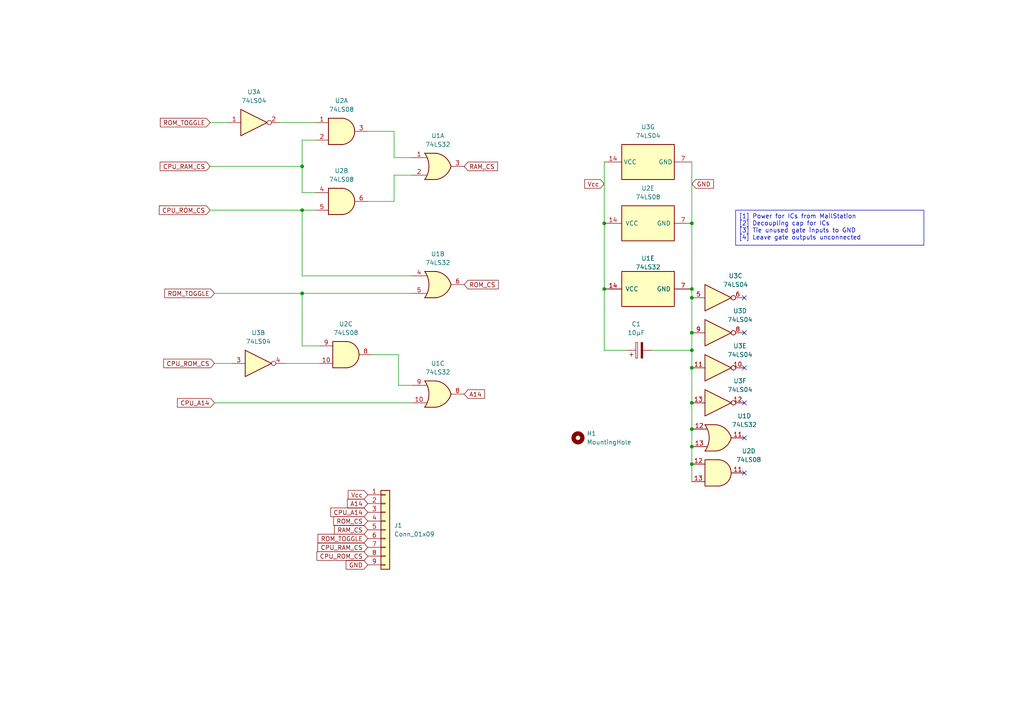
<source format=kicad_sch>
(kicad_sch (version 20250114) (generator "eeschema") (generator_version "9.0")
  (paper "A4")
  (title_block (title "Cidco MailStation") (date "10-Jul-2025") (rev "WIP") (company "Brett Hallen") (comment 2 "https://fyberoptic.livejournal.com/tag/mailstation/") (comment 3 "https://www.fybertech.net/mailstation/") (comment 4 "Original design:"))
  (lib_symbols
    (symbol "74xx:74LS04"
      (property "Reference" "U" (at 0 1.27 0))
      (property "Value" "74LS04" (at 0 -1.27 0))
      (symbol "74LS04_1_0"
        (polyline (pts (xy -3.81 3.81) (xy -3.81 -3.81) (xy 3.81 0) (xy -3.81 3.81)) (stroke (width 0.254)) (fill (type background)))
        (pin input line (at -7.62 0 0) (length 3.81) (name "~") (number "1"))
        (pin output inverted (at 7.62 0 180) (length 3.81) (name "~") (number "2"))
      )
      (symbol "74LS04_2_0"
        (polyline (pts (xy -3.81 3.81) (xy -3.81 -3.81) (xy 3.81 0) (xy -3.81 3.81)) (stroke (width 0.254)) (fill (type background)))
        (pin input line (at -7.62 0 0) (length 3.81) (name "~") (number "3"))
        (pin output inverted (at 7.62 0 180) (length 3.81) (name "~") (number "4"))
      )
      (symbol "74LS04_3_0"
        (polyline (pts (xy -3.81 3.81) (xy -3.81 -3.81) (xy 3.81 0) (xy -3.81 3.81)) (stroke (width 0.254)) (fill (type background)))
        (pin input line (at -7.62 0 0) (length 3.81) (name "~") (number "5"))
        (pin output inverted (at 7.62 0 180) (length 3.81) (name "~") (number "6"))
      )
      (symbol "74LS04_4_0"
        (polyline (pts (xy -3.81 3.81) (xy -3.81 -3.81) (xy 3.81 0) (xy -3.81 3.81)) (stroke (width 0.254)) (fill (type background)))
        (pin input line (at -7.62 0 0) (length 3.81) (name "~") (number "9"))
        (pin output inverted (at 7.62 0 180) (length 3.81) (name "~") (number "8"))
      )
      (symbol "74LS04_5_0"
        (polyline (pts (xy -3.81 3.81) (xy -3.81 -3.81) (xy 3.81 0) (xy -3.81 3.81)) (stroke (width 0.254)) (fill (type background)))
        (pin input line (at -7.62 0 0) (length 3.81) (name "~") (number "11"))
        (pin output inverted (at 7.62 0 180) (length 3.81) (name "~") (number "10"))
      )
      (symbol "74LS04_6_0"
        (polyline (pts (xy -3.81 3.81) (xy -3.81 -3.81) (xy 3.81 0) (xy -3.81 3.81)) (stroke (width 0.254)) (fill (type background)))
        (pin input line (at -7.62 0 0) (length 3.81) (name "~") (number "13"))
        (pin output inverted (at 7.62 0 180) (length 3.81) (name "~") (number "12"))
      )
      (symbol "74LS04_7_0"
        (pin power_in line (at 0 12.7 270) (length 5.08) (name "VCC") (number "14"))
        (pin power_in line (at 0 -12.7 90) (length 5.08) (name "GND") (number "7"))
      )
      (symbol "74LS04_7_1"
        (rectangle (start -5.08 7.62) (end 5.08 -7.62) (stroke (width 0.254)) (fill (type background)))
      )
    )
    (symbol "74xx:74LS08" (pin_names (offset 1.016))
      (property "Reference" "U" (at 0 1.27 0))
      (property "Value" "74LS08" (at 0 -1.27 0))
      (symbol "74LS08_1_1"
        (arc (start 0 3.81) (mid 3.7934 0) (end 0 -3.81) (stroke (width 0.254)) (fill (type background)))
        (polyline (pts (xy 0 3.81) (xy -3.81 3.81) (xy -3.81 -3.81) (xy 0 -3.81)) (stroke (width 0.254)) (fill (type background)))
        (pin input line (at -7.62 2.54 0) (length 3.81) (name "~") (number "1"))
        (pin input line (at -7.62 -2.54 0) (length 3.81) (name "~") (number "2"))
        (pin output line (at 7.62 0 180) (length 3.81) (name "~") (number "3"))
      )
      (symbol "74LS08_1_2"
        (arc (start -3.81 3.81) (mid -2.589 0) (end -3.81 -3.81) (stroke (width 0.254)))
        (polyline (pts (xy -3.81 3.81) (xy -0.635 3.81)) (stroke (width 0.254)) (fill (type background)))
        (polyline (pts (xy -3.81 -3.81) (xy -0.635 -3.81)) (stroke (width 0.254)) (fill (type background)))
        (arc (start 3.81 0) (mid 2.1855 -2.584) (end -0.6096 -3.81) (stroke (width 0.254)) (fill (type background)))
        (arc (start -0.6096 3.81) (mid 2.1928 2.5924) (end 3.81 0) (stroke (width 0.254)) (fill (type background)))
        (polyline (pts (xy -0.635 3.81) (xy -3.81 3.81) (xy -3.81 3.81) (xy -3.556 3.4036) (xy -3.0226 2.2606) (xy -2.6924 1.0414) (xy -2.6162 -0.254) (xy -2.7686 -1.4986) (xy -3.175 -2.7178) (xy -3.81 -3.81) (xy -3.81 -3.81) (xy -0.635 -3.81)) (stroke (width -25.4)) (fill (type background)))
        (pin input inverted (at -7.62 2.54 0) (length 4.318) (name "~") (number "1"))
        (pin input inverted (at -7.62 -2.54 0) (length 4.318) (name "~") (number "2"))
        (pin output inverted (at 7.62 0 180) (length 3.81) (name "~") (number "3"))
      )
      (symbol "74LS08_2_1"
        (arc (start 0 3.81) (mid 3.7934 0) (end 0 -3.81) (stroke (width 0.254)) (fill (type background)))
        (polyline (pts (xy 0 3.81) (xy -3.81 3.81) (xy -3.81 -3.81) (xy 0 -3.81)) (stroke (width 0.254)) (fill (type background)))
        (pin input line (at -7.62 2.54 0) (length 3.81) (name "~") (number "4"))
        (pin input line (at -7.62 -2.54 0) (length 3.81) (name "~") (number "5"))
        (pin output line (at 7.62 0 180) (length 3.81) (name "~") (number "6"))
      )
      (symbol "74LS08_2_2"
        (arc (start -3.81 3.81) (mid -2.589 0) (end -3.81 -3.81) (stroke (width 0.254)))
        (polyline (pts (xy -3.81 3.81) (xy -0.635 3.81)) (stroke (width 0.254)) (fill (type background)))
        (polyline (pts (xy -3.81 -3.81) (xy -0.635 -3.81)) (stroke (width 0.254)) (fill (type background)))
        (arc (start 3.81 0) (mid 2.1855 -2.584) (end -0.6096 -3.81) (stroke (width 0.254)) (fill (type background)))
        (arc (start -0.6096 3.81) (mid 2.1928 2.5924) (end 3.81 0) (stroke (width 0.254)) (fill (type background)))
        (polyline (pts (xy -0.635 3.81) (xy -3.81 3.81) (xy -3.81 3.81) (xy -3.556 3.4036) (xy -3.0226 2.2606) (xy -2.6924 1.0414) (xy -2.6162 -0.254) (xy -2.7686 -1.4986) (xy -3.175 -2.7178) (xy -3.81 -3.81) (xy -3.81 -3.81) (xy -0.635 -3.81)) (stroke (width -25.4)) (fill (type background)))
        (pin input inverted (at -7.62 2.54 0) (length 4.318) (name "~") (number "4"))
        (pin input inverted (at -7.62 -2.54 0) (length 4.318) (name "~") (number "5"))
        (pin output inverted (at 7.62 0 180) (length 3.81) (name "~") (number "6"))
      )
      (symbol "74LS08_3_1"
        (arc (start 0 3.81) (mid 3.7934 0) (end 0 -3.81) (stroke (width 0.254)) (fill (type background)))
        (polyline (pts (xy 0 3.81) (xy -3.81 3.81) (xy -3.81 -3.81) (xy 0 -3.81)) (stroke (width 0.254)) (fill (type background)))
        (pin input line (at -7.62 2.54 0) (length 3.81) (name "~") (number "9"))
        (pin input line (at -7.62 -2.54 0) (length 3.81) (name "~") (number "10"))
        (pin output line (at 7.62 0 180) (length 3.81) (name "~") (number "8"))
      )
      (symbol "74LS08_3_2"
        (arc (start -3.81 3.81) (mid -2.589 0) (end -3.81 -3.81) (stroke (width 0.254)))
        (polyline (pts (xy -3.81 3.81) (xy -0.635 3.81)) (stroke (width 0.254)) (fill (type background)))
        (polyline (pts (xy -3.81 -3.81) (xy -0.635 -3.81)) (stroke (width 0.254)) (fill (type background)))
        (arc (start 3.81 0) (mid 2.1855 -2.584) (end -0.6096 -3.81) (stroke (width 0.254)) (fill (type background)))
        (arc (start -0.6096 3.81) (mid 2.1928 2.5924) (end 3.81 0) (stroke (width 0.254)) (fill (type background)))
        (polyline (pts (xy -0.635 3.81) (xy -3.81 3.81) (xy -3.81 3.81) (xy -3.556 3.4036) (xy -3.0226 2.2606) (xy -2.6924 1.0414) (xy -2.6162 -0.254) (xy -2.7686 -1.4986) (xy -3.175 -2.7178) (xy -3.81 -3.81) (xy -3.81 -3.81) (xy -0.635 -3.81)) (stroke (width -25.4)) (fill (type background)))
        (pin input inverted (at -7.62 2.54 0) (length 4.318) (name "~") (number "9"))
        (pin input inverted (at -7.62 -2.54 0) (length 4.318) (name "~") (number "10"))
        (pin output inverted (at 7.62 0 180) (length 3.81) (name "~") (number "8"))
      )
      (symbol "74LS08_4_1"
        (arc (start 0 3.81) (mid 3.7934 0) (end 0 -3.81) (stroke (width 0.254)) (fill (type background)))
        (polyline (pts (xy 0 3.81) (xy -3.81 3.81) (xy -3.81 -3.81) (xy 0 -3.81)) (stroke (width 0.254)) (fill (type background)))
        (pin input line (at -7.62 2.54 0) (length 3.81) (name "~") (number "12"))
        (pin input line (at -7.62 -2.54 0) (length 3.81) (name "~") (number "13"))
        (pin output line (at 7.62 0 180) (length 3.81) (name "~") (number "11"))
      )
      (symbol "74LS08_4_2"
        (arc (start -3.81 3.81) (mid -2.589 0) (end -3.81 -3.81) (stroke (width 0.254)))
        (polyline (pts (xy -3.81 3.81) (xy -0.635 3.81)) (stroke (width 0.254)) (fill (type background)))
        (polyline (pts (xy -3.81 -3.81) (xy -0.635 -3.81)) (stroke (width 0.254)) (fill (type background)))
        (arc (start 3.81 0) (mid 2.1855 -2.584) (end -0.6096 -3.81) (stroke (width 0.254)) (fill (type background)))
        (arc (start -0.6096 3.81) (mid 2.1928 2.5924) (end 3.81 0) (stroke (width 0.254)) (fill (type background)))
        (polyline (pts (xy -0.635 3.81) (xy -3.81 3.81) (xy -3.81 3.81) (xy -3.556 3.4036) (xy -3.0226 2.2606) (xy -2.6924 1.0414) (xy -2.6162 -0.254) (xy -2.7686 -1.4986) (xy -3.175 -2.7178) (xy -3.81 -3.81) (xy -3.81 -3.81) (xy -0.635 -3.81)) (stroke (width -25.4)) (fill (type background)))
        (pin input inverted (at -7.62 2.54 0) (length 4.318) (name "~") (number "12"))
        (pin input inverted (at -7.62 -2.54 0) (length 4.318) (name "~") (number "13"))
        (pin output inverted (at 7.62 0 180) (length 3.81) (name "~") (number "11"))
      )
      (symbol "74LS08_5_0"
        (pin power_in line (at 0 12.7 270) (length 5.08) (name "VCC") (number "14"))
        (pin power_in line (at 0 -12.7 90) (length 5.08) (name "GND") (number "7"))
      )
      (symbol "74LS08_5_1"
        (rectangle (start -5.08 7.62) (end 5.08 -7.62) (stroke (width 0.254)) (fill (type background)))
      )
    )
    (symbol "74xx:74LS32" (pin_names (offset 1.016))
      (property "Reference" "U" (at 0 1.27 0))
      (property "Value" "74LS32" (at 0 -1.27 0))
      (symbol "74LS32_1_1"
        (arc (start -3.81 3.81) (mid -2.589 0) (end -3.81 -3.81) (stroke (width 0.254)))
        (polyline (pts (xy -3.81 3.81) (xy -0.635 3.81)) (stroke (width 0.254)) (fill (type background)))
        (polyline (pts (xy -3.81 -3.81) (xy -0.635 -3.81)) (stroke (width 0.254)) (fill (type background)))
        (arc (start 3.81 0) (mid 2.1855 -2.584) (end -0.6096 -3.81) (stroke (width 0.254)) (fill (type background)))
        (arc (start -0.6096 3.81) (mid 2.1928 2.5924) (end 3.81 0) (stroke (width 0.254)) (fill (type background)))
        (polyline (pts (xy -0.635 3.81) (xy -3.81 3.81) (xy -3.81 3.81) (xy -3.556 3.4036) (xy -3.0226 2.2606) (xy -2.6924 1.0414) (xy -2.6162 -0.254) (xy -2.7686 -1.4986) (xy -3.175 -2.7178) (xy -3.81 -3.81) (xy -3.81 -3.81) (xy -0.635 -3.81)) (stroke (width -25.4)) (fill (type background)))
        (pin input line (at -7.62 2.54 0) (length 4.318) (name "~") (number "1"))
        (pin input line (at -7.62 -2.54 0) (length 4.318) (name "~") (number "2"))
        (pin output line (at 7.62 0 180) (length 3.81) (name "~") (number "3"))
      )
      (symbol "74LS32_1_2"
        (arc (start 0 3.81) (mid 3.7934 0) (end 0 -3.81) (stroke (width 0.254)) (fill (type background)))
        (polyline (pts (xy 0 3.81) (xy -3.81 3.81) (xy -3.81 -3.81) (xy 0 -3.81)) (stroke (width 0.254)) (fill (type background)))
        (pin input inverted (at -7.62 2.54 0) (length 3.81) (name "~") (number "1"))
        (pin input inverted (at -7.62 -2.54 0) (length 3.81) (name "~") (number "2"))
        (pin output inverted (at 7.62 0 180) (length 3.81) (name "~") (number "3"))
      )
      (symbol "74LS32_2_1"
        (arc (start -3.81 3.81) (mid -2.589 0) (end -3.81 -3.81) (stroke (width 0.254)))
        (polyline (pts (xy -3.81 3.81) (xy -0.635 3.81)) (stroke (width 0.254)) (fill (type background)))
        (polyline (pts (xy -3.81 -3.81) (xy -0.635 -3.81)) (stroke (width 0.254)) (fill (type background)))
        (arc (start 3.81 0) (mid 2.1855 -2.584) (end -0.6096 -3.81) (stroke (width 0.254)) (fill (type background)))
        (arc (start -0.6096 3.81) (mid 2.1928 2.5924) (end 3.81 0) (stroke (width 0.254)) (fill (type background)))
        (polyline (pts (xy -0.635 3.81) (xy -3.81 3.81) (xy -3.81 3.81) (xy -3.556 3.4036) (xy -3.0226 2.2606) (xy -2.6924 1.0414) (xy -2.6162 -0.254) (xy -2.7686 -1.4986) (xy -3.175 -2.7178) (xy -3.81 -3.81) (xy -3.81 -3.81) (xy -0.635 -3.81)) (stroke (width -25.4)) (fill (type background)))
        (pin input line (at -7.62 2.54 0) (length 4.318) (name "~") (number "4"))
        (pin input line (at -7.62 -2.54 0) (length 4.318) (name "~") (number "5"))
        (pin output line (at 7.62 0 180) (length 3.81) (name "~") (number "6"))
      )
      (symbol "74LS32_2_2"
        (arc (start 0 3.81) (mid 3.7934 0) (end 0 -3.81) (stroke (width 0.254)) (fill (type background)))
        (polyline (pts (xy 0 3.81) (xy -3.81 3.81) (xy -3.81 -3.81) (xy 0 -3.81)) (stroke (width 0.254)) (fill (type background)))
        (pin input inverted (at -7.62 2.54 0) (length 3.81) (name "~") (number "4"))
        (pin input inverted (at -7.62 -2.54 0) (length 3.81) (name "~") (number "5"))
        (pin output inverted (at 7.62 0 180) (length 3.81) (name "~") (number "6"))
      )
      (symbol "74LS32_3_1"
        (arc (start -3.81 3.81) (mid -2.589 0) (end -3.81 -3.81) (stroke (width 0.254)))
        (polyline (pts (xy -3.81 3.81) (xy -0.635 3.81)) (stroke (width 0.254)) (fill (type background)))
        (polyline (pts (xy -3.81 -3.81) (xy -0.635 -3.81)) (stroke (width 0.254)) (fill (type background)))
        (arc (start 3.81 0) (mid 2.1855 -2.584) (end -0.6096 -3.81) (stroke (width 0.254)) (fill (type background)))
        (arc (start -0.6096 3.81) (mid 2.1928 2.5924) (end 3.81 0) (stroke (width 0.254)) (fill (type background)))
        (polyline (pts (xy -0.635 3.81) (xy -3.81 3.81) (xy -3.81 3.81) (xy -3.556 3.4036) (xy -3.0226 2.2606) (xy -2.6924 1.0414) (xy -2.6162 -0.254) (xy -2.7686 -1.4986) (xy -3.175 -2.7178) (xy -3.81 -3.81) (xy -3.81 -3.81) (xy -0.635 -3.81)) (stroke (width -25.4)) (fill (type background)))
        (pin input line (at -7.62 2.54 0) (length 4.318) (name "~") (number "9"))
        (pin input line (at -7.62 -2.54 0) (length 4.318) (name "~") (number "10"))
        (pin output line (at 7.62 0 180) (length 3.81) (name "~") (number "8"))
      )
      (symbol "74LS32_3_2"
        (arc (start 0 3.81) (mid 3.7934 0) (end 0 -3.81) (stroke (width 0.254)) (fill (type background)))
        (polyline (pts (xy 0 3.81) (xy -3.81 3.81) (xy -3.81 -3.81) (xy 0 -3.81)) (stroke (width 0.254)) (fill (type background)))
        (pin input inverted (at -7.62 2.54 0) (length 3.81) (name "~") (number "9"))
        (pin input inverted (at -7.62 -2.54 0) (length 3.81) (name "~") (number "10"))
        (pin output inverted (at 7.62 0 180) (length 3.81) (name "~") (number "8"))
      )
      (symbol "74LS32_4_1"
        (arc (start -3.81 3.81) (mid -2.589 0) (end -3.81 -3.81) (stroke (width 0.254)))
        (polyline (pts (xy -3.81 3.81) (xy -0.635 3.81)) (stroke (width 0.254)) (fill (type background)))
        (polyline (pts (xy -3.81 -3.81) (xy -0.635 -3.81)) (stroke (width 0.254)) (fill (type background)))
        (arc (start 3.81 0) (mid 2.1855 -2.584) (end -0.6096 -3.81) (stroke (width 0.254)) (fill (type background)))
        (arc (start -0.6096 3.81) (mid 2.1928 2.5924) (end 3.81 0) (stroke (width 0.254)) (fill (type background)))
        (polyline (pts (xy -0.635 3.81) (xy -3.81 3.81) (xy -3.81 3.81) (xy -3.556 3.4036) (xy -3.0226 2.2606) (xy -2.6924 1.0414) (xy -2.6162 -0.254) (xy -2.7686 -1.4986) (xy -3.175 -2.7178) (xy -3.81 -3.81) (xy -3.81 -3.81) (xy -0.635 -3.81)) (stroke (width -25.4)) (fill (type background)))
        (pin input line (at -7.62 2.54 0) (length 4.318) (name "~") (number "12"))
        (pin input line (at -7.62 -2.54 0) (length 4.318) (name "~") (number "13"))
        (pin output line (at 7.62 0 180) (length 3.81) (name "~") (number "11"))
      )
      (symbol "74LS32_4_2"
        (arc (start 0 3.81) (mid 3.7934 0) (end 0 -3.81) (stroke (width 0.254)) (fill (type background)))
        (polyline (pts (xy 0 3.81) (xy -3.81 3.81) (xy -3.81 -3.81) (xy 0 -3.81)) (stroke (width 0.254)) (fill (type background)))
        (pin input inverted (at -7.62 2.54 0) (length 3.81) (name "~") (number "12"))
        (pin input inverted (at -7.62 -2.54 0) (length 3.81) (name "~") (number "13"))
        (pin output inverted (at 7.62 0 180) (length 3.81) (name "~") (number "11"))
      )
      (symbol "74LS32_5_0"
        (pin power_in line (at 0 12.7 270) (length 5.08) (name "VCC") (number "14"))
        (pin power_in line (at 0 -12.7 90) (length 5.08) (name "GND") (number "7"))
      )
      (symbol "74LS32_5_1"
        (rectangle (start -5.08 7.62) (end 5.08 -7.62) (stroke (width 0.254)) (fill (type background)))
      )
    )
    (symbol "Connector_Generic:Conn_01x09" (pin_names (offset 1.016) (hide yes))
      (property "Reference" "J" (at 0 12.7 0))
      (property "Value" "Conn_01x09" (at 0 -12.7 0))
      (symbol "Conn_01x09_1_1"
        (rectangle (start -1.27 11.43) (end 1.27 -11.43) (stroke (width 0.254)) (fill (type background)))
        (rectangle (start -1.27 10.287) (end 0 10.033) (stroke (width 0.1524)))
        (rectangle (start -1.27 7.747) (end 0 7.493) (stroke (width 0.1524)))
        (rectangle (start -1.27 5.207) (end 0 4.953) (stroke (width 0.1524)))
        (rectangle (start -1.27 2.667) (end 0 2.413) (stroke (width 0.1524)))
        (rectangle (start -1.27 0.127) (end 0 -0.127) (stroke (width 0.1524)))
        (rectangle (start -1.27 -2.413) (end 0 -2.667) (stroke (width 0.1524)))
        (rectangle (start -1.27 -4.953) (end 0 -5.207) (stroke (width 0.1524)))
        (rectangle (start -1.27 -7.493) (end 0 -7.747) (stroke (width 0.1524)))
        (rectangle (start -1.27 -10.033) (end 0 -10.287) (stroke (width 0.1524)))
        (pin passive line (at -5.08 10.16 0) (length 3.81) (name "Pin_1") (number "1"))
        (pin passive line (at -5.08 7.62 0) (length 3.81) (name "Pin_2") (number "2"))
        (pin passive line (at -5.08 5.08 0) (length 3.81) (name "Pin_3") (number "3"))
        (pin passive line (at -5.08 2.54 0) (length 3.81) (name "Pin_4") (number "4"))
        (pin passive line (at -5.08 0 0) (length 3.81) (name "Pin_5") (number "5"))
        (pin passive line (at -5.08 -2.54 0) (length 3.81) (name "Pin_6") (number "6"))
        (pin passive line (at -5.08 -5.08 0) (length 3.81) (name "Pin_7") (number "7"))
        (pin passive line (at -5.08 -7.62 0) (length 3.81) (name "Pin_8") (number "8"))
        (pin passive line (at -5.08 -10.16 0) (length 3.81) (name "Pin_9") (number "9"))
      )
    )
    (symbol "Device:C_Polarized" (pin_numbers (hide yes)) (pin_names (offset 0.254))
      (property "Reference" "C" (at 0.635 2.54 0))
      (property "Value" "C_Polarized" (at 0.635 -2.54 0))
      (symbol "C_Polarized_0_1"
        (rectangle (start -2.286 0.508) (end 2.286 1.016))
        (polyline (pts (xy -1.778 2.286) (xy -0.762 2.286)))
        (polyline (pts (xy -1.27 2.794) (xy -1.27 1.778)))
        (rectangle (start 2.286 -0.508) (end -2.286 -1.016) (fill (type outline)))
      )
      (symbol "C_Polarized_1_1"
        (pin passive line (at 0 3.81 270) (length 2.794) (name "~") (number "1"))
        (pin passive line (at 0 -3.81 90) (length 2.794) (name "~") (number "2"))
      )
    )
    (symbol "Mechanical:MountingHole" (pin_names (offset 1.016)) (exclude_from_sim yes) (in_bom no)
      (property "Reference" "H" (at 0 5.08 0))
      (property "Value" "MountingHole" (at 0 3.175 0))
      (symbol "MountingHole_0_1"
        (circle (center 0 0) (radius 1.27) (stroke (width 1.27)))
      )
    )
  )
  (text_box "[1] Power for ICs from MailStation\n[2] Decoupling cap for ICs\n[3] Tie unused gate inputs to GND\n[4] Leave gate outputs unconnected" (at 213.36 60.96 0) (size 54.61 10.16) (margins 0.9525 0.9525 0.9525 0.9525) (effects (font (size 1.27 1.27)) (justify left top)))
  (junction (at 87.63 85.09))
  (junction (at 200.66 134.62))
  (junction (at 200.66 83.82))
  (junction (at 175.26 83.82))
  (junction (at 200.66 106.68))
  (junction (at 87.63 60.96))
  (junction (at 200.66 116.84))
  (junction (at 200.66 124.46))
  (junction (at 200.66 101.6))
  (junction (at 175.26 64.77))
  (junction (at 87.63 48.26))
  (junction (at 200.66 96.52))
  (junction (at 200.66 64.77))
  (junction (at 200.66 86.36))
  (junction (at 200.66 129.54))
  (no_connect (at 215.9 96.52))
  (no_connect (at 215.9 137.16))
  (no_connect (at 215.9 127))
  (no_connect (at 215.9 106.68))
  (no_connect (at 215.9 116.84))
  (no_connect (at 215.9 86.36))
  (wire (pts (xy 62.23 116.84) (xy 119.38 116.84)))
  (wire (pts (xy 200.66 101.6) (xy 200.66 106.68)))
  (wire (pts (xy 114.3 45.72) (xy 114.3 38.1)))
  (wire (pts (xy 119.38 111.76) (xy 115.57 111.76)))
  (wire (pts (xy 175.26 46.99) (xy 175.26 64.77)))
  (wire (pts (xy 87.63 85.09) (xy 119.38 85.09)))
  (wire (pts (xy 119.38 45.72) (xy 114.3 45.72)))
  (wire (pts (xy 115.57 102.87) (xy 107.95 102.87)))
  (wire (pts (xy 200.66 124.46) (xy 200.66 129.54)))
  (wire (pts (xy 200.66 46.99) (xy 200.66 64.77)))
  (wire (pts (xy 175.26 64.77) (xy 175.26 83.82)))
  (wire (pts (xy 200.66 64.77) (xy 200.66 83.82)))
  (wire (pts (xy 200.66 116.84) (xy 200.66 124.46)))
  (wire (pts (xy 62.23 105.41) (xy 67.31 105.41)))
  (wire (pts (xy 114.3 38.1) (xy 106.68 38.1)))
  (wire (pts (xy 114.3 58.42) (xy 114.3 50.8)))
  (wire (pts (xy 119.38 80.01) (xy 87.63 80.01)))
  (wire (pts (xy 115.57 111.76) (xy 115.57 102.87)))
  (wire (pts (xy 62.23 85.09) (xy 87.63 85.09)))
  (wire (pts (xy 92.71 100.33) (xy 87.63 100.33)))
  (wire (pts (xy 91.44 35.56) (xy 81.28 35.56)))
  (wire (pts (xy 175.26 83.82) (xy 175.26 101.6)))
  (wire (pts (xy 189.23 101.6) (xy 200.66 101.6)))
  (wire (pts (xy 60.96 48.26) (xy 87.63 48.26)))
  (wire (pts (xy 87.63 60.96) (xy 91.44 60.96)))
  (wire (pts (xy 87.63 40.64) (xy 87.63 48.26)))
  (wire (pts (xy 106.68 58.42) (xy 114.3 58.42)))
  (wire (pts (xy 87.63 48.26) (xy 87.63 55.88)))
  (wire (pts (xy 87.63 100.33) (xy 87.63 85.09)))
  (wire (pts (xy 114.3 50.8) (xy 119.38 50.8)))
  (wire (pts (xy 200.66 106.68) (xy 200.66 116.84)))
  (wire (pts (xy 82.55 105.41) (xy 92.71 105.41)))
  (wire (pts (xy 200.66 96.52) (xy 200.66 101.6)))
  (wire (pts (xy 87.63 55.88) (xy 91.44 55.88)))
  (wire (pts (xy 200.66 134.62) (xy 200.66 139.7)))
  (wire (pts (xy 87.63 80.01) (xy 87.63 60.96)))
  (wire (pts (xy 200.66 129.54) (xy 200.66 134.62)))
  (wire (pts (xy 60.96 60.96) (xy 87.63 60.96)))
  (wire (pts (xy 200.66 86.36) (xy 200.66 96.52)))
  (wire (pts (xy 60.96 35.56) (xy 66.04 35.56)))
  (wire (pts (xy 181.61 101.6) (xy 175.26 101.6)))
  (wire (pts (xy 91.44 40.64) (xy 87.63 40.64)))
  (wire (pts (xy 200.66 83.82) (xy 200.66 86.36)))
  (global_label "A14" (shape input) (at 134.62 114.3 0) (property "Intersheetrefs" "${INTERSHEET_REFS}" (effects (hide yes))))
  (global_label "CPU_RAM_CS" (shape input) (at 106.68 158.75 180) (property "Intersheetrefs" "${INTERSHEET_REFS}" (effects (hide yes))))
  (global_label "A14" (shape input) (at 106.68 146.05 180) (property "Intersheetrefs" "${INTERSHEET_REFS}" (effects (hide yes))))
  (global_label "CPU_ROM_CS" (shape input) (at 60.96 60.96 180) (property "Intersheetrefs" "${INTERSHEET_REFS}" (effects (hide yes))))
  (global_label "GND" (shape input) (at 106.68 163.83 180) (property "Intersheetrefs" "${INTERSHEET_REFS}" (effects (hide yes))))
  (global_label "ROM_TOGGLE" (shape input) (at 106.68 156.21 180) (property "Intersheetrefs" "${INTERSHEET_REFS}" (effects (hide yes))))
  (global_label "CPU_ROM_CS" (shape input) (at 62.23 105.41 180) (property "Intersheetrefs" "${INTERSHEET_REFS}" (effects (hide yes))))
  (global_label "Vcc" (shape input) (at 175.26 53.34 180) (property "Intersheetrefs" "${INTERSHEET_REFS}" (effects (hide yes))))
  (global_label "RAM_CS" (shape input) (at 134.62 48.26 0) (property "Intersheetrefs" "${INTERSHEET_REFS}" (effects (hide yes))))
  (global_label "RAM_CS" (shape input) (at 106.68 153.67 180) (property "Intersheetrefs" "${INTERSHEET_REFS}" (effects (hide yes))))
  (global_label "ROM_CS" (shape input) (at 134.62 82.55 0) (property "Intersheetrefs" "${INTERSHEET_REFS}" (effects (hide yes))))
  (global_label "ROM_CS" (shape input) (at 106.68 151.13 180) (property "Intersheetrefs" "${INTERSHEET_REFS}" (effects (hide yes))))
  (global_label "CPU_A14" (shape input) (at 62.23 116.84 180) (property "Intersheetrefs" "${INTERSHEET_REFS}" (effects (hide yes))))
  (global_label "ROM_TOGGLE" (shape input) (at 60.96 35.56 180) (property "Intersheetrefs" "${INTERSHEET_REFS}" (effects (hide yes))))
  (global_label "CPU_ROM_CS" (shape input) (at 106.68 161.29 180) (property "Intersheetrefs" "${INTERSHEET_REFS}" (effects (hide yes))))
  (global_label "ROM_TOGGLE" (shape input) (at 62.23 85.09 180) (property "Intersheetrefs" "${INTERSHEET_REFS}" (effects (hide yes))))
  (global_label "Vcc" (shape input) (at 106.68 143.51 180) (property "Intersheetrefs" "${INTERSHEET_REFS}" (effects (hide yes))))
  (global_label "CPU_A14" (shape input) (at 106.68 148.59 180) (property "Intersheetrefs" "${INTERSHEET_REFS}" (effects (hide yes))))
  (global_label "GND" (shape input) (at 200.66 53.34 0) (property "Intersheetrefs" "${INTERSHEET_REFS}" (effects (hide yes))))
  (global_label "CPU_RAM_CS" (shape input) (at 60.96 48.26 180) (property "Intersheetrefs" "${INTERSHEET_REFS}" (effects (hide yes))))
  (symbol (lib_id "74xx:74LS32") (at 208.28 127 0) (unit 4)
    (property "Reference" "U1" (at 215.9 120.65 0))
    (property "Value" "74LS32" (at 215.9 123.19 0))
    (property "Footprint" "Package_DIP:DIP-14_W7.62mm" (effects (hide yes)))
    (property "Datasheet" "http://www.ti.com/lit/gpn/sn74LS32" (effects (hide yes)))
    (property "Description" "Quad 2-input OR" (effects (hide yes)))
  )
  (symbol (lib_id "74xx:74LS04") (at 187.96 46.99 90) (unit 7)
    (property "Reference" "U3" (at 187.96 36.83 90))
    (property "Value" "74LS04" (at 187.96 39.37 90))
    (property "Footprint" "Package_DIP:DIP-14_W7.62mm" (effects (hide yes)))
    (property "Datasheet" "http://www.ti.com/lit/gpn/sn74LS04" (effects (hide yes)))
    (property "Description" "Hex Inverter" (effects (hide yes)))
  )
  (symbol (lib_id "Mechanical:MountingHole") (at 167.64 127 0) (unit 1) (exclude_from_sim yes) (in_bom no)
    (property "Reference" "H1" (at 170.18 125.7299 0) (effects (justify left)))
    (property "Value" "MountingHole" (at 170.18 128.2699 0) (effects (justify left)))
    (property "Footprint" "MountingHole:MountingHole_3.2mm_M3" (effects (hide yes)))
    (property "Description" "Mounting Hole without connection" (effects (hide yes)))
  )
  (symbol (lib_id "74xx:74LS04") (at 208.28 116.84 0) (unit 6)
    (property "Reference" "U3" (at 214.63 110.49 0))
    (property "Value" "74LS04" (at 214.63 113.03 0))
    (property "Footprint" "Package_DIP:DIP-14_W7.62mm" (effects (hide yes)))
    (property "Datasheet" "http://www.ti.com/lit/gpn/sn74LS04" (effects (hide yes)))
    (property "Description" "Hex Inverter" (effects (hide yes)))
  )
  (symbol (lib_id "74xx:74LS08") (at 100.33 102.87 0) (unit 3)
    (property "Reference" "U2" (at 100.3217 93.98 0))
    (property "Value" "74LS08" (at 100.3217 96.52 0))
    (property "Footprint" "Package_DIP:DIP-14_W7.62mm" (effects (hide yes)))
    (property "Datasheet" "http://www.ti.com/lit/gpn/sn74LS08" (effects (hide yes)))
    (property "Description" "Quad And2" (effects (hide yes)))
  )
  (symbol (lib_id "74xx:74LS32") (at 127 82.55 0) (unit 2)
    (property "Reference" "U1" (at 127 73.66 0))
    (property "Value" "74LS32" (at 127 76.2 0))
    (property "Footprint" "Package_DIP:DIP-14_W7.62mm" (effects (hide yes)))
    (property "Datasheet" "http://www.ti.com/lit/gpn/sn74LS32" (effects (hide yes)))
    (property "Description" "Quad 2-input OR" (effects (hide yes)))
  )
  (symbol (lib_id "Connector_Generic:Conn_01x09") (at 111.76 153.67 0) (unit 1)
    (property "Reference" "J1" (at 114.3 152.3999 0) (effects (justify left)))
    (property "Value" "Conn_01x09" (at 114.3 154.9399 0) (effects (justify left)))
    (property "Footprint" "Connector_PinHeader_2.54mm:PinHeader_1x09_P2.54mm_Vertical" (effects (hide yes)))
    (property "Description" "Generic connector, single row, 01x09, script generated (kicad-library-utils/schlib/autogen/connector/)" (effects (hide yes)))
  )
  (symbol (lib_id "74xx:74LS04") (at 208.28 86.36 0) (unit 3)
    (property "Reference" "U3" (at 213.36 80.01 0))
    (property "Value" "74LS04" (at 213.36 82.55 0))
    (property "Footprint" "Package_DIP:DIP-14_W7.62mm" (effects (hide yes)))
    (property "Datasheet" "http://www.ti.com/lit/gpn/sn74LS04" (effects (hide yes)))
    (property "Description" "Hex Inverter" (effects (hide yes)))
  )
  (symbol (lib_id "74xx:74LS08") (at 187.96 64.77 90) (unit 5)
    (property "Reference" "U2" (at 187.96 54.61 90))
    (property "Value" "74LS08" (at 187.96 57.15 90))
    (property "Footprint" "Package_DIP:DIP-14_W7.62mm" (effects (hide yes)))
    (property "Datasheet" "http://www.ti.com/lit/gpn/sn74LS08" (effects (hide yes)))
    (property "Description" "Quad And2" (effects (hide yes)))
  )
  (symbol (lib_id "74xx:74LS32") (at 127 114.3 0) (unit 3)
    (property "Reference" "U1" (at 127 105.41 0))
    (property "Value" "74LS32" (at 127 107.95 0))
    (property "Footprint" "Package_DIP:DIP-14_W7.62mm" (effects (hide yes)))
    (property "Datasheet" "http://www.ti.com/lit/gpn/sn74LS32" (effects (hide yes)))
    (property "Description" "Quad 2-input OR" (effects (hide yes)))
  )
  (symbol (lib_id "74xx:74LS32") (at 187.96 83.82 90) (unit 5)
    (property "Reference" "U1" (at 187.96 74.93 90))
    (property "Value" "74LS32" (at 187.96 77.47 90))
    (property "Footprint" "Package_DIP:DIP-14_W7.62mm" (effects (hide yes)))
    (property "Datasheet" "http://www.ti.com/lit/gpn/sn74LS32" (effects (hide yes)))
    (property "Description" "Quad 2-input OR" (effects (hide yes)))
  )
  (symbol (lib_id "74xx:74LS04") (at 208.28 96.52 0) (unit 4)
    (property "Reference" "U3" (at 214.63 90.17 0))
    (property "Value" "74LS04" (at 214.63 92.71 0))
    (property "Footprint" "Package_DIP:DIP-14_W7.62mm" (effects (hide yes)))
    (property "Datasheet" "http://www.ti.com/lit/gpn/sn74LS04" (effects (hide yes)))
    (property "Description" "Hex Inverter" (effects (hide yes)))
  )
  (symbol (lib_id "Device:C_Polarized") (at 185.42 101.6 90) (unit 1)
    (property "Reference" "C1" (at 184.531 93.98 90))
    (property "Value" "10µF" (at 184.531 96.52 90))
    (property "Footprint" "Capacitor_THT:CP_Radial_D5.0mm_P2.50mm" (effects (hide yes)))
    (property "Description" "Polarized capacitor" (effects (hide yes)))
  )
  (symbol (lib_id "74xx:74LS32") (at 127 48.26 0) (unit 1)
    (property "Reference" "U1" (at 127 39.37 0))
    (property "Value" "74LS32" (at 127 41.91 0))
    (property "Footprint" "Package_DIP:DIP-14_W7.62mm" (effects (hide yes)))
    (property "Datasheet" "http://www.ti.com/lit/gpn/sn74LS32" (effects (hide yes)))
    (property "Description" "Quad 2-input OR" (effects (hide yes)))
  )
  (symbol (lib_id "74xx:74LS04") (at 73.66 35.56 0) (unit 1)
    (property "Reference" "U3" (at 73.66 26.67 0))
    (property "Value" "74LS04" (at 73.66 29.21 0))
    (property "Footprint" "Package_DIP:DIP-14_W7.62mm" (effects (hide yes)))
    (property "Datasheet" "http://www.ti.com/lit/gpn/sn74LS04" (effects (hide yes)))
    (property "Description" "Hex Inverter" (effects (hide yes)))
  )
  (symbol (lib_id "74xx:74LS08") (at 208.28 137.16 0) (unit 4)
    (property "Reference" "U2" (at 217.17 130.81 0))
    (property "Value" "74LS08" (at 217.17 133.35 0))
    (property "Footprint" "Package_DIP:DIP-14_W7.62mm" (effects (hide yes)))
    (property "Datasheet" "http://www.ti.com/lit/gpn/sn74LS08" (effects (hide yes)))
    (property "Description" "Quad And2" (effects (hide yes)))
  )
  (symbol (lib_id "74xx:74LS08") (at 99.06 38.1 0) (unit 1)
    (property "Reference" "U2" (at 99.0517 29.21 0))
    (property "Value" "74LS08" (at 99.0517 31.75 0))
    (property "Footprint" "Package_DIP:DIP-14_W7.62mm" (effects (hide yes)))
    (property "Datasheet" "http://www.ti.com/lit/gpn/sn74LS08" (effects (hide yes)))
    (property "Description" "Quad And2" (effects (hide yes)))
  )
  (symbol (lib_id "74xx:74LS04") (at 208.28 106.68 0) (unit 5)
    (property "Reference" "U3" (at 214.63 100.33 0))
    (property "Value" "74LS04" (at 214.63 102.87 0))
    (property "Footprint" "Package_DIP:DIP-14_W7.62mm" (effects (hide yes)))
    (property "Datasheet" "http://www.ti.com/lit/gpn/sn74LS04" (effects (hide yes)))
    (property "Description" "Hex Inverter" (effects (hide yes)))
  )
  (symbol (lib_id "74xx:74LS04") (at 74.93 105.41 0) (unit 2)
    (property "Reference" "U3" (at 74.93 96.52 0))
    (property "Value" "74LS04" (at 74.93 99.06 0))
    (property "Footprint" "Package_DIP:DIP-14_W7.62mm" (effects (hide yes)))
    (property "Datasheet" "http://www.ti.com/lit/gpn/sn74LS04" (effects (hide yes)))
    (property "Description" "Hex Inverter" (effects (hide yes)))
  )
  (symbol (lib_id "74xx:74LS08") (at 99.06 58.42 0) (unit 2)
    (property "Reference" "U2" (at 99.0517 49.53 0))
    (property "Value" "74LS08" (at 99.0517 52.07 0))
    (property "Footprint" "Package_DIP:DIP-14_W7.62mm" (effects (hide yes)))
    (property "Datasheet" "http://www.ti.com/lit/gpn/sn74LS08" (effects (hide yes)))
    (property "Description" "Quad And2" (effects (hide yes)))
  )
)
</source>
